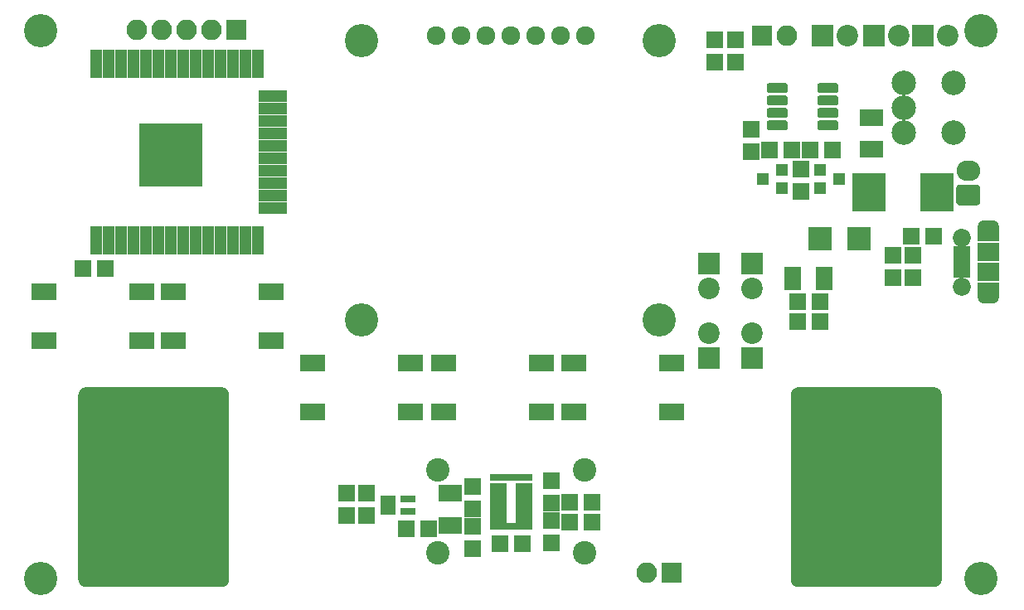
<source format=gbr>
G04 #@! TF.GenerationSoftware,KiCad,Pcbnew,(5.1.4)-1*
G04 #@! TF.CreationDate,2021-03-24T15:31:26+01:00*
G04 #@! TF.ProjectId,HRM,48524d2e-6b69-4636-9164-5f7063625858,rev?*
G04 #@! TF.SameCoordinates,Original*
G04 #@! TF.FileFunction,Soldermask,Top*
G04 #@! TF.FilePolarity,Negative*
%FSLAX46Y46*%
G04 Gerber Fmt 4.6, Leading zero omitted, Abs format (unit mm)*
G04 Created by KiCad (PCBNEW (5.1.4)-1) date 2021-03-24 15:31:26*
%MOMM*%
%LPD*%
G04 APERTURE LIST*
%ADD10R,2.432000X1.797000*%
%ADD11C,3.400000*%
%ADD12C,1.924000*%
%ADD13R,2.500000X1.800000*%
%ADD14R,1.670000X1.797000*%
%ADD15R,1.797000X1.670000*%
%ADD16R,2.400000X2.400000*%
%ADD17R,3.400000X3.900000*%
%ADD18R,2.300000X1.900000*%
%ADD19C,1.850000*%
%ADD20R,1.750000X0.800000*%
%ADD21O,2.300000X1.600000*%
%ADD22R,2.300000X1.600000*%
%ADD23C,0.100000*%
%ADD24C,2.100000*%
%ADD25O,2.400000X2.100000*%
%ADD26C,2.200000*%
%ADD27R,2.200000X2.200000*%
%ADD28C,1.000000*%
%ADD29R,1.300000X1.200000*%
%ADD30C,2.500000*%
%ADD31R,2.100000X2.100000*%
%ADD32O,2.100000X2.100000*%
%ADD33R,1.550000X0.750000*%
%ADD34R,1.300000X2.900000*%
%ADD35R,2.900000X1.300000*%
%ADD36R,6.400000X6.400000*%
%ADD37O,1.670000X1.670000*%
%ADD38R,1.797000X2.432000*%
%ADD39R,1.700000X0.720000*%
%ADD40R,1.300000X0.720000*%
%ADD41C,15.400000*%
%ADD42C,2.400000*%
G04 APERTURE END LIST*
D10*
X201250000Y-104374400D03*
X201250000Y-107625600D03*
D11*
X179650000Y-125000000D03*
X149250000Y-125000000D03*
X149250000Y-96500000D03*
X179650000Y-96500000D03*
D12*
X159370000Y-96000000D03*
X161910000Y-96000000D03*
X164450000Y-96000000D03*
X166990000Y-96000000D03*
X169530000Y-96000000D03*
X172070000Y-96000000D03*
X156830000Y-96000000D03*
D13*
X116750000Y-127135000D03*
X126750000Y-122135000D03*
X116750000Y-122135000D03*
X126750000Y-127135000D03*
X140000000Y-127135000D03*
X130000000Y-122135000D03*
X140000000Y-122135000D03*
X130000000Y-127135000D03*
X154225000Y-134453000D03*
X144225000Y-129453000D03*
X154225000Y-129453000D03*
X144225000Y-134453000D03*
X170895000Y-134453000D03*
X180895000Y-129453000D03*
X170895000Y-129453000D03*
X180895000Y-134453000D03*
D14*
X120777000Y-119761000D03*
X123063000Y-119761000D03*
D15*
X205510500Y-120702500D03*
X205510500Y-118416500D03*
D14*
X195000000Y-107696000D03*
X197286000Y-107696000D03*
D15*
X149694500Y-144979000D03*
X149694500Y-142693000D03*
X168564000Y-147827000D03*
X168564000Y-145541000D03*
X168564000Y-143763000D03*
X168564000Y-141477000D03*
D14*
X163344000Y-147916000D03*
X165630000Y-147916000D03*
D15*
X160553000Y-146122000D03*
X160553000Y-148408000D03*
X160553000Y-142058000D03*
X160553000Y-144344000D03*
D16*
X196000000Y-116750000D03*
X200000000Y-116750000D03*
D17*
X201000000Y-112000000D03*
X208000000Y-112000000D03*
D15*
X203478500Y-118416500D03*
X203478500Y-120702500D03*
D14*
X207669500Y-116511500D03*
X205383500Y-116511500D03*
D18*
X213237500Y-118115000D03*
D19*
X210537500Y-121615000D03*
D20*
X210537500Y-119765000D03*
X210537500Y-120415000D03*
X210537500Y-117815000D03*
X210537500Y-118465000D03*
X210537500Y-119115000D03*
D19*
X210537500Y-116615000D03*
D18*
X213237500Y-120115000D03*
D21*
X213237500Y-122615000D03*
X213237500Y-115615000D03*
D22*
X213237500Y-116215000D03*
X213237500Y-122015000D03*
D23*
G36*
X212083447Y-111208487D02*
G01*
X212113425Y-111212934D01*
X212142824Y-111220298D01*
X212171358Y-111230508D01*
X212198755Y-111243465D01*
X212224750Y-111259046D01*
X212249092Y-111277100D01*
X212271548Y-111297452D01*
X212291900Y-111319908D01*
X212309954Y-111344250D01*
X212325535Y-111370245D01*
X212338492Y-111397642D01*
X212348702Y-111426176D01*
X212356066Y-111455575D01*
X212360513Y-111485553D01*
X212362000Y-111515823D01*
X212362000Y-112998177D01*
X212360513Y-113028447D01*
X212356066Y-113058425D01*
X212348702Y-113087824D01*
X212338492Y-113116358D01*
X212325535Y-113143755D01*
X212309954Y-113169750D01*
X212291900Y-113194092D01*
X212271548Y-113216548D01*
X212249092Y-113236900D01*
X212224750Y-113254954D01*
X212198755Y-113270535D01*
X212171358Y-113283492D01*
X212142824Y-113293702D01*
X212113425Y-113301066D01*
X212083447Y-113305513D01*
X212053177Y-113307000D01*
X210270823Y-113307000D01*
X210240553Y-113305513D01*
X210210575Y-113301066D01*
X210181176Y-113293702D01*
X210152642Y-113283492D01*
X210125245Y-113270535D01*
X210099250Y-113254954D01*
X210074908Y-113236900D01*
X210052452Y-113216548D01*
X210032100Y-113194092D01*
X210014046Y-113169750D01*
X209998465Y-113143755D01*
X209985508Y-113116358D01*
X209975298Y-113087824D01*
X209967934Y-113058425D01*
X209963487Y-113028447D01*
X209962000Y-112998177D01*
X209962000Y-111515823D01*
X209963487Y-111485553D01*
X209967934Y-111455575D01*
X209975298Y-111426176D01*
X209985508Y-111397642D01*
X209998465Y-111370245D01*
X210014046Y-111344250D01*
X210032100Y-111319908D01*
X210052452Y-111297452D01*
X210074908Y-111277100D01*
X210099250Y-111259046D01*
X210125245Y-111243465D01*
X210152642Y-111230508D01*
X210181176Y-111220298D01*
X210210575Y-111212934D01*
X210240553Y-111208487D01*
X210270823Y-111207000D01*
X212053177Y-111207000D01*
X212083447Y-111208487D01*
X212083447Y-111208487D01*
G37*
D24*
X211162000Y-112257000D03*
D25*
X211162000Y-109757000D03*
D11*
X212493000Y-151478000D03*
X116493000Y-95478000D03*
X116493000Y-151478000D03*
X212493000Y-95478000D03*
D26*
X209040000Y-96000000D03*
D27*
X206500000Y-96000000D03*
X201500000Y-96000000D03*
D26*
X204040000Y-96000000D03*
D27*
X189103000Y-119253000D03*
D26*
X189103000Y-121793000D03*
X184658000Y-121790000D03*
D27*
X184658000Y-119250000D03*
D26*
X198790000Y-96000000D03*
D27*
X196250000Y-96000000D03*
D26*
X189103000Y-126365000D03*
D27*
X189103000Y-128905000D03*
X184658000Y-128905000D03*
D26*
X184658000Y-126365000D03*
D23*
G36*
X197674504Y-104656204D02*
G01*
X197698773Y-104659804D01*
X197722571Y-104665765D01*
X197745671Y-104674030D01*
X197767849Y-104684520D01*
X197788893Y-104697133D01*
X197808598Y-104711747D01*
X197826777Y-104728223D01*
X197843253Y-104746402D01*
X197857867Y-104766107D01*
X197870480Y-104787151D01*
X197880970Y-104809329D01*
X197889235Y-104832429D01*
X197895196Y-104856227D01*
X197898796Y-104880496D01*
X197900000Y-104905000D01*
X197900000Y-105405000D01*
X197898796Y-105429504D01*
X197895196Y-105453773D01*
X197889235Y-105477571D01*
X197880970Y-105500671D01*
X197870480Y-105522849D01*
X197857867Y-105543893D01*
X197843253Y-105563598D01*
X197826777Y-105581777D01*
X197808598Y-105598253D01*
X197788893Y-105612867D01*
X197767849Y-105625480D01*
X197745671Y-105635970D01*
X197722571Y-105644235D01*
X197698773Y-105650196D01*
X197674504Y-105653796D01*
X197650000Y-105655000D01*
X196000000Y-105655000D01*
X195975496Y-105653796D01*
X195951227Y-105650196D01*
X195927429Y-105644235D01*
X195904329Y-105635970D01*
X195882151Y-105625480D01*
X195861107Y-105612867D01*
X195841402Y-105598253D01*
X195823223Y-105581777D01*
X195806747Y-105563598D01*
X195792133Y-105543893D01*
X195779520Y-105522849D01*
X195769030Y-105500671D01*
X195760765Y-105477571D01*
X195754804Y-105453773D01*
X195751204Y-105429504D01*
X195750000Y-105405000D01*
X195750000Y-104905000D01*
X195751204Y-104880496D01*
X195754804Y-104856227D01*
X195760765Y-104832429D01*
X195769030Y-104809329D01*
X195779520Y-104787151D01*
X195792133Y-104766107D01*
X195806747Y-104746402D01*
X195823223Y-104728223D01*
X195841402Y-104711747D01*
X195861107Y-104697133D01*
X195882151Y-104684520D01*
X195904329Y-104674030D01*
X195927429Y-104665765D01*
X195951227Y-104659804D01*
X195975496Y-104656204D01*
X196000000Y-104655000D01*
X197650000Y-104655000D01*
X197674504Y-104656204D01*
X197674504Y-104656204D01*
G37*
D28*
X196825000Y-105155000D03*
D23*
G36*
X197674504Y-103386204D02*
G01*
X197698773Y-103389804D01*
X197722571Y-103395765D01*
X197745671Y-103404030D01*
X197767849Y-103414520D01*
X197788893Y-103427133D01*
X197808598Y-103441747D01*
X197826777Y-103458223D01*
X197843253Y-103476402D01*
X197857867Y-103496107D01*
X197870480Y-103517151D01*
X197880970Y-103539329D01*
X197889235Y-103562429D01*
X197895196Y-103586227D01*
X197898796Y-103610496D01*
X197900000Y-103635000D01*
X197900000Y-104135000D01*
X197898796Y-104159504D01*
X197895196Y-104183773D01*
X197889235Y-104207571D01*
X197880970Y-104230671D01*
X197870480Y-104252849D01*
X197857867Y-104273893D01*
X197843253Y-104293598D01*
X197826777Y-104311777D01*
X197808598Y-104328253D01*
X197788893Y-104342867D01*
X197767849Y-104355480D01*
X197745671Y-104365970D01*
X197722571Y-104374235D01*
X197698773Y-104380196D01*
X197674504Y-104383796D01*
X197650000Y-104385000D01*
X196000000Y-104385000D01*
X195975496Y-104383796D01*
X195951227Y-104380196D01*
X195927429Y-104374235D01*
X195904329Y-104365970D01*
X195882151Y-104355480D01*
X195861107Y-104342867D01*
X195841402Y-104328253D01*
X195823223Y-104311777D01*
X195806747Y-104293598D01*
X195792133Y-104273893D01*
X195779520Y-104252849D01*
X195769030Y-104230671D01*
X195760765Y-104207571D01*
X195754804Y-104183773D01*
X195751204Y-104159504D01*
X195750000Y-104135000D01*
X195750000Y-103635000D01*
X195751204Y-103610496D01*
X195754804Y-103586227D01*
X195760765Y-103562429D01*
X195769030Y-103539329D01*
X195779520Y-103517151D01*
X195792133Y-103496107D01*
X195806747Y-103476402D01*
X195823223Y-103458223D01*
X195841402Y-103441747D01*
X195861107Y-103427133D01*
X195882151Y-103414520D01*
X195904329Y-103404030D01*
X195927429Y-103395765D01*
X195951227Y-103389804D01*
X195975496Y-103386204D01*
X196000000Y-103385000D01*
X197650000Y-103385000D01*
X197674504Y-103386204D01*
X197674504Y-103386204D01*
G37*
D28*
X196825000Y-103885000D03*
D23*
G36*
X197674504Y-102116204D02*
G01*
X197698773Y-102119804D01*
X197722571Y-102125765D01*
X197745671Y-102134030D01*
X197767849Y-102144520D01*
X197788893Y-102157133D01*
X197808598Y-102171747D01*
X197826777Y-102188223D01*
X197843253Y-102206402D01*
X197857867Y-102226107D01*
X197870480Y-102247151D01*
X197880970Y-102269329D01*
X197889235Y-102292429D01*
X197895196Y-102316227D01*
X197898796Y-102340496D01*
X197900000Y-102365000D01*
X197900000Y-102865000D01*
X197898796Y-102889504D01*
X197895196Y-102913773D01*
X197889235Y-102937571D01*
X197880970Y-102960671D01*
X197870480Y-102982849D01*
X197857867Y-103003893D01*
X197843253Y-103023598D01*
X197826777Y-103041777D01*
X197808598Y-103058253D01*
X197788893Y-103072867D01*
X197767849Y-103085480D01*
X197745671Y-103095970D01*
X197722571Y-103104235D01*
X197698773Y-103110196D01*
X197674504Y-103113796D01*
X197650000Y-103115000D01*
X196000000Y-103115000D01*
X195975496Y-103113796D01*
X195951227Y-103110196D01*
X195927429Y-103104235D01*
X195904329Y-103095970D01*
X195882151Y-103085480D01*
X195861107Y-103072867D01*
X195841402Y-103058253D01*
X195823223Y-103041777D01*
X195806747Y-103023598D01*
X195792133Y-103003893D01*
X195779520Y-102982849D01*
X195769030Y-102960671D01*
X195760765Y-102937571D01*
X195754804Y-102913773D01*
X195751204Y-102889504D01*
X195750000Y-102865000D01*
X195750000Y-102365000D01*
X195751204Y-102340496D01*
X195754804Y-102316227D01*
X195760765Y-102292429D01*
X195769030Y-102269329D01*
X195779520Y-102247151D01*
X195792133Y-102226107D01*
X195806747Y-102206402D01*
X195823223Y-102188223D01*
X195841402Y-102171747D01*
X195861107Y-102157133D01*
X195882151Y-102144520D01*
X195904329Y-102134030D01*
X195927429Y-102125765D01*
X195951227Y-102119804D01*
X195975496Y-102116204D01*
X196000000Y-102115000D01*
X197650000Y-102115000D01*
X197674504Y-102116204D01*
X197674504Y-102116204D01*
G37*
D28*
X196825000Y-102615000D03*
D23*
G36*
X197674504Y-100846204D02*
G01*
X197698773Y-100849804D01*
X197722571Y-100855765D01*
X197745671Y-100864030D01*
X197767849Y-100874520D01*
X197788893Y-100887133D01*
X197808598Y-100901747D01*
X197826777Y-100918223D01*
X197843253Y-100936402D01*
X197857867Y-100956107D01*
X197870480Y-100977151D01*
X197880970Y-100999329D01*
X197889235Y-101022429D01*
X197895196Y-101046227D01*
X197898796Y-101070496D01*
X197900000Y-101095000D01*
X197900000Y-101595000D01*
X197898796Y-101619504D01*
X197895196Y-101643773D01*
X197889235Y-101667571D01*
X197880970Y-101690671D01*
X197870480Y-101712849D01*
X197857867Y-101733893D01*
X197843253Y-101753598D01*
X197826777Y-101771777D01*
X197808598Y-101788253D01*
X197788893Y-101802867D01*
X197767849Y-101815480D01*
X197745671Y-101825970D01*
X197722571Y-101834235D01*
X197698773Y-101840196D01*
X197674504Y-101843796D01*
X197650000Y-101845000D01*
X196000000Y-101845000D01*
X195975496Y-101843796D01*
X195951227Y-101840196D01*
X195927429Y-101834235D01*
X195904329Y-101825970D01*
X195882151Y-101815480D01*
X195861107Y-101802867D01*
X195841402Y-101788253D01*
X195823223Y-101771777D01*
X195806747Y-101753598D01*
X195792133Y-101733893D01*
X195779520Y-101712849D01*
X195769030Y-101690671D01*
X195760765Y-101667571D01*
X195754804Y-101643773D01*
X195751204Y-101619504D01*
X195750000Y-101595000D01*
X195750000Y-101095000D01*
X195751204Y-101070496D01*
X195754804Y-101046227D01*
X195760765Y-101022429D01*
X195769030Y-100999329D01*
X195779520Y-100977151D01*
X195792133Y-100956107D01*
X195806747Y-100936402D01*
X195823223Y-100918223D01*
X195841402Y-100901747D01*
X195861107Y-100887133D01*
X195882151Y-100874520D01*
X195904329Y-100864030D01*
X195927429Y-100855765D01*
X195951227Y-100849804D01*
X195975496Y-100846204D01*
X196000000Y-100845000D01*
X197650000Y-100845000D01*
X197674504Y-100846204D01*
X197674504Y-100846204D01*
G37*
D28*
X196825000Y-101345000D03*
D23*
G36*
X192524504Y-100846204D02*
G01*
X192548773Y-100849804D01*
X192572571Y-100855765D01*
X192595671Y-100864030D01*
X192617849Y-100874520D01*
X192638893Y-100887133D01*
X192658598Y-100901747D01*
X192676777Y-100918223D01*
X192693253Y-100936402D01*
X192707867Y-100956107D01*
X192720480Y-100977151D01*
X192730970Y-100999329D01*
X192739235Y-101022429D01*
X192745196Y-101046227D01*
X192748796Y-101070496D01*
X192750000Y-101095000D01*
X192750000Y-101595000D01*
X192748796Y-101619504D01*
X192745196Y-101643773D01*
X192739235Y-101667571D01*
X192730970Y-101690671D01*
X192720480Y-101712849D01*
X192707867Y-101733893D01*
X192693253Y-101753598D01*
X192676777Y-101771777D01*
X192658598Y-101788253D01*
X192638893Y-101802867D01*
X192617849Y-101815480D01*
X192595671Y-101825970D01*
X192572571Y-101834235D01*
X192548773Y-101840196D01*
X192524504Y-101843796D01*
X192500000Y-101845000D01*
X190850000Y-101845000D01*
X190825496Y-101843796D01*
X190801227Y-101840196D01*
X190777429Y-101834235D01*
X190754329Y-101825970D01*
X190732151Y-101815480D01*
X190711107Y-101802867D01*
X190691402Y-101788253D01*
X190673223Y-101771777D01*
X190656747Y-101753598D01*
X190642133Y-101733893D01*
X190629520Y-101712849D01*
X190619030Y-101690671D01*
X190610765Y-101667571D01*
X190604804Y-101643773D01*
X190601204Y-101619504D01*
X190600000Y-101595000D01*
X190600000Y-101095000D01*
X190601204Y-101070496D01*
X190604804Y-101046227D01*
X190610765Y-101022429D01*
X190619030Y-100999329D01*
X190629520Y-100977151D01*
X190642133Y-100956107D01*
X190656747Y-100936402D01*
X190673223Y-100918223D01*
X190691402Y-100901747D01*
X190711107Y-100887133D01*
X190732151Y-100874520D01*
X190754329Y-100864030D01*
X190777429Y-100855765D01*
X190801227Y-100849804D01*
X190825496Y-100846204D01*
X190850000Y-100845000D01*
X192500000Y-100845000D01*
X192524504Y-100846204D01*
X192524504Y-100846204D01*
G37*
D28*
X191675000Y-101345000D03*
D23*
G36*
X192524504Y-102116204D02*
G01*
X192548773Y-102119804D01*
X192572571Y-102125765D01*
X192595671Y-102134030D01*
X192617849Y-102144520D01*
X192638893Y-102157133D01*
X192658598Y-102171747D01*
X192676777Y-102188223D01*
X192693253Y-102206402D01*
X192707867Y-102226107D01*
X192720480Y-102247151D01*
X192730970Y-102269329D01*
X192739235Y-102292429D01*
X192745196Y-102316227D01*
X192748796Y-102340496D01*
X192750000Y-102365000D01*
X192750000Y-102865000D01*
X192748796Y-102889504D01*
X192745196Y-102913773D01*
X192739235Y-102937571D01*
X192730970Y-102960671D01*
X192720480Y-102982849D01*
X192707867Y-103003893D01*
X192693253Y-103023598D01*
X192676777Y-103041777D01*
X192658598Y-103058253D01*
X192638893Y-103072867D01*
X192617849Y-103085480D01*
X192595671Y-103095970D01*
X192572571Y-103104235D01*
X192548773Y-103110196D01*
X192524504Y-103113796D01*
X192500000Y-103115000D01*
X190850000Y-103115000D01*
X190825496Y-103113796D01*
X190801227Y-103110196D01*
X190777429Y-103104235D01*
X190754329Y-103095970D01*
X190732151Y-103085480D01*
X190711107Y-103072867D01*
X190691402Y-103058253D01*
X190673223Y-103041777D01*
X190656747Y-103023598D01*
X190642133Y-103003893D01*
X190629520Y-102982849D01*
X190619030Y-102960671D01*
X190610765Y-102937571D01*
X190604804Y-102913773D01*
X190601204Y-102889504D01*
X190600000Y-102865000D01*
X190600000Y-102365000D01*
X190601204Y-102340496D01*
X190604804Y-102316227D01*
X190610765Y-102292429D01*
X190619030Y-102269329D01*
X190629520Y-102247151D01*
X190642133Y-102226107D01*
X190656747Y-102206402D01*
X190673223Y-102188223D01*
X190691402Y-102171747D01*
X190711107Y-102157133D01*
X190732151Y-102144520D01*
X190754329Y-102134030D01*
X190777429Y-102125765D01*
X190801227Y-102119804D01*
X190825496Y-102116204D01*
X190850000Y-102115000D01*
X192500000Y-102115000D01*
X192524504Y-102116204D01*
X192524504Y-102116204D01*
G37*
D28*
X191675000Y-102615000D03*
D23*
G36*
X192524504Y-103386204D02*
G01*
X192548773Y-103389804D01*
X192572571Y-103395765D01*
X192595671Y-103404030D01*
X192617849Y-103414520D01*
X192638893Y-103427133D01*
X192658598Y-103441747D01*
X192676777Y-103458223D01*
X192693253Y-103476402D01*
X192707867Y-103496107D01*
X192720480Y-103517151D01*
X192730970Y-103539329D01*
X192739235Y-103562429D01*
X192745196Y-103586227D01*
X192748796Y-103610496D01*
X192750000Y-103635000D01*
X192750000Y-104135000D01*
X192748796Y-104159504D01*
X192745196Y-104183773D01*
X192739235Y-104207571D01*
X192730970Y-104230671D01*
X192720480Y-104252849D01*
X192707867Y-104273893D01*
X192693253Y-104293598D01*
X192676777Y-104311777D01*
X192658598Y-104328253D01*
X192638893Y-104342867D01*
X192617849Y-104355480D01*
X192595671Y-104365970D01*
X192572571Y-104374235D01*
X192548773Y-104380196D01*
X192524504Y-104383796D01*
X192500000Y-104385000D01*
X190850000Y-104385000D01*
X190825496Y-104383796D01*
X190801227Y-104380196D01*
X190777429Y-104374235D01*
X190754329Y-104365970D01*
X190732151Y-104355480D01*
X190711107Y-104342867D01*
X190691402Y-104328253D01*
X190673223Y-104311777D01*
X190656747Y-104293598D01*
X190642133Y-104273893D01*
X190629520Y-104252849D01*
X190619030Y-104230671D01*
X190610765Y-104207571D01*
X190604804Y-104183773D01*
X190601204Y-104159504D01*
X190600000Y-104135000D01*
X190600000Y-103635000D01*
X190601204Y-103610496D01*
X190604804Y-103586227D01*
X190610765Y-103562429D01*
X190619030Y-103539329D01*
X190629520Y-103517151D01*
X190642133Y-103496107D01*
X190656747Y-103476402D01*
X190673223Y-103458223D01*
X190691402Y-103441747D01*
X190711107Y-103427133D01*
X190732151Y-103414520D01*
X190754329Y-103404030D01*
X190777429Y-103395765D01*
X190801227Y-103389804D01*
X190825496Y-103386204D01*
X190850000Y-103385000D01*
X192500000Y-103385000D01*
X192524504Y-103386204D01*
X192524504Y-103386204D01*
G37*
D28*
X191675000Y-103885000D03*
D23*
G36*
X192524504Y-104656204D02*
G01*
X192548773Y-104659804D01*
X192572571Y-104665765D01*
X192595671Y-104674030D01*
X192617849Y-104684520D01*
X192638893Y-104697133D01*
X192658598Y-104711747D01*
X192676777Y-104728223D01*
X192693253Y-104746402D01*
X192707867Y-104766107D01*
X192720480Y-104787151D01*
X192730970Y-104809329D01*
X192739235Y-104832429D01*
X192745196Y-104856227D01*
X192748796Y-104880496D01*
X192750000Y-104905000D01*
X192750000Y-105405000D01*
X192748796Y-105429504D01*
X192745196Y-105453773D01*
X192739235Y-105477571D01*
X192730970Y-105500671D01*
X192720480Y-105522849D01*
X192707867Y-105543893D01*
X192693253Y-105563598D01*
X192676777Y-105581777D01*
X192658598Y-105598253D01*
X192638893Y-105612867D01*
X192617849Y-105625480D01*
X192595671Y-105635970D01*
X192572571Y-105644235D01*
X192548773Y-105650196D01*
X192524504Y-105653796D01*
X192500000Y-105655000D01*
X190850000Y-105655000D01*
X190825496Y-105653796D01*
X190801227Y-105650196D01*
X190777429Y-105644235D01*
X190754329Y-105635970D01*
X190732151Y-105625480D01*
X190711107Y-105612867D01*
X190691402Y-105598253D01*
X190673223Y-105581777D01*
X190656747Y-105563598D01*
X190642133Y-105543893D01*
X190629520Y-105522849D01*
X190619030Y-105500671D01*
X190610765Y-105477571D01*
X190604804Y-105453773D01*
X190601204Y-105429504D01*
X190600000Y-105405000D01*
X190600000Y-104905000D01*
X190601204Y-104880496D01*
X190604804Y-104856227D01*
X190610765Y-104832429D01*
X190619030Y-104809329D01*
X190629520Y-104787151D01*
X190642133Y-104766107D01*
X190656747Y-104746402D01*
X190673223Y-104728223D01*
X190691402Y-104711747D01*
X190711107Y-104697133D01*
X190732151Y-104684520D01*
X190754329Y-104674030D01*
X190777429Y-104665765D01*
X190801227Y-104659804D01*
X190825496Y-104656204D01*
X190850000Y-104655000D01*
X192500000Y-104655000D01*
X192524504Y-104656204D01*
X192524504Y-104656204D01*
G37*
D28*
X191675000Y-105155000D03*
D29*
X190170500Y-110637000D03*
X192170500Y-109687000D03*
X192170500Y-111587000D03*
D15*
X187377000Y-96393000D03*
X187377000Y-98679000D03*
X185293000Y-98679000D03*
X185293000Y-96393000D03*
D14*
X190881000Y-107696000D03*
X193167000Y-107696000D03*
D15*
X188976000Y-107823000D03*
X188976000Y-105537000D03*
X194091500Y-111887000D03*
X194091500Y-109601000D03*
D14*
X172755000Y-145668000D03*
X170469000Y-145668000D03*
X153797000Y-146365000D03*
X156083000Y-146365000D03*
X196049000Y-123179000D03*
X193763000Y-123179000D03*
X172755000Y-143636000D03*
X170469000Y-143636000D03*
X196049000Y-125211000D03*
X193763000Y-125211000D03*
D30*
X209638000Y-100827000D03*
X209638000Y-105907000D03*
X204558000Y-100827000D03*
X204558000Y-103367000D03*
X204558000Y-105907000D03*
D31*
X190119000Y-96012000D03*
D32*
X192659000Y-96012000D03*
D29*
X198012500Y-110637000D03*
X196012500Y-111587000D03*
X196012500Y-109687000D03*
D33*
X151908000Y-143313000D03*
X151908000Y-143963000D03*
X151908000Y-144613000D03*
X153958000Y-144613000D03*
X153958000Y-143313000D03*
D34*
X122130000Y-98885000D03*
X123400000Y-98885000D03*
X124670000Y-98885000D03*
X125940000Y-98885000D03*
X127210000Y-98885000D03*
X128480000Y-98885000D03*
X129750000Y-98885000D03*
X131020000Y-98885000D03*
X132290000Y-98885000D03*
X133560000Y-98885000D03*
X134830000Y-98885000D03*
X136100000Y-98885000D03*
X137370000Y-98885000D03*
X138640000Y-98885000D03*
D35*
X140130000Y-102170000D03*
X140130000Y-103440000D03*
X140130000Y-104710000D03*
X140130000Y-105980000D03*
X140130000Y-107250000D03*
X140130000Y-108520000D03*
X140130000Y-109790000D03*
X140130000Y-111060000D03*
X140130000Y-112330000D03*
X140130000Y-113600000D03*
D34*
X138640000Y-116885000D03*
X137370000Y-116885000D03*
X136100000Y-116885000D03*
X134830000Y-116885000D03*
X133560000Y-116885000D03*
X132290000Y-116885000D03*
X131020000Y-116885000D03*
X129750000Y-116885000D03*
X128480000Y-116885000D03*
X127210000Y-116885000D03*
X125940000Y-116885000D03*
X124670000Y-116885000D03*
X123400000Y-116885000D03*
X122130000Y-116885000D03*
D36*
X129750000Y-108185000D03*
D37*
X129750000Y-107885000D03*
X127845000Y-109790000D03*
X127845000Y-106615000D03*
X131655000Y-106615000D03*
X131655000Y-109790000D03*
D38*
X196468100Y-120829500D03*
X193216900Y-120829500D03*
D10*
X158275000Y-142734400D03*
X158275000Y-145985600D03*
D15*
X147662500Y-142693000D03*
X147662500Y-144979000D03*
D39*
X163187000Y-144565000D03*
X163187000Y-143565000D03*
X163187000Y-142565000D03*
X163187000Y-143065000D03*
X163187000Y-146115000D03*
X163187000Y-141115000D03*
X163187000Y-145065000D03*
X163187000Y-144065000D03*
X163187000Y-145565000D03*
X163187000Y-142065000D03*
X165787000Y-142065000D03*
X165787000Y-142565000D03*
X165787000Y-143065000D03*
X165787000Y-143565000D03*
X165787000Y-144065000D03*
X165787000Y-145065000D03*
X165787000Y-141115000D03*
X165787000Y-146115000D03*
X165787000Y-144565000D03*
X165787000Y-145565000D03*
D40*
X164487000Y-141115000D03*
X164487000Y-146115000D03*
D23*
G36*
X207755473Y-131903708D02*
G01*
X207830220Y-131914795D01*
X207903519Y-131933156D01*
X207974666Y-131958613D01*
X208042975Y-131990921D01*
X208107789Y-132029768D01*
X208168483Y-132074782D01*
X208224472Y-132125528D01*
X208275218Y-132181517D01*
X208320232Y-132242211D01*
X208359079Y-132307025D01*
X208391387Y-132375334D01*
X208416844Y-132446481D01*
X208435205Y-132519780D01*
X208446292Y-132594527D01*
X208450000Y-132670000D01*
X208450000Y-151530000D01*
X208446292Y-151605473D01*
X208435205Y-151680220D01*
X208416844Y-151753519D01*
X208391387Y-151824666D01*
X208359079Y-151892975D01*
X208320232Y-151957789D01*
X208275218Y-152018483D01*
X208224472Y-152074472D01*
X208168483Y-152125218D01*
X208107789Y-152170232D01*
X208042975Y-152209079D01*
X207974666Y-152241387D01*
X207903519Y-152266844D01*
X207830220Y-152285205D01*
X207755473Y-152296292D01*
X207680000Y-152300000D01*
X193820000Y-152300000D01*
X193744527Y-152296292D01*
X193669780Y-152285205D01*
X193596481Y-152266844D01*
X193525334Y-152241387D01*
X193457025Y-152209079D01*
X193392211Y-152170232D01*
X193331517Y-152125218D01*
X193275528Y-152074472D01*
X193224782Y-152018483D01*
X193179768Y-151957789D01*
X193140921Y-151892975D01*
X193108613Y-151824666D01*
X193083156Y-151753519D01*
X193064795Y-151680220D01*
X193053708Y-151605473D01*
X193050000Y-151530000D01*
X193050000Y-132670000D01*
X193053708Y-132594527D01*
X193064795Y-132519780D01*
X193083156Y-132446481D01*
X193108613Y-132375334D01*
X193140921Y-132307025D01*
X193179768Y-132242211D01*
X193224782Y-132181517D01*
X193275528Y-132125528D01*
X193331517Y-132074782D01*
X193392211Y-132029768D01*
X193457025Y-131990921D01*
X193525334Y-131958613D01*
X193596481Y-131933156D01*
X193669780Y-131914795D01*
X193744527Y-131903708D01*
X193820000Y-131900000D01*
X207680000Y-131900000D01*
X207755473Y-131903708D01*
X207755473Y-131903708D01*
G37*
D41*
X200750000Y-142100000D03*
D23*
G36*
X135005473Y-131903708D02*
G01*
X135080220Y-131914795D01*
X135153519Y-131933156D01*
X135224666Y-131958613D01*
X135292975Y-131990921D01*
X135357789Y-132029768D01*
X135418483Y-132074782D01*
X135474472Y-132125528D01*
X135525218Y-132181517D01*
X135570232Y-132242211D01*
X135609079Y-132307025D01*
X135641387Y-132375334D01*
X135666844Y-132446481D01*
X135685205Y-132519780D01*
X135696292Y-132594527D01*
X135700000Y-132670000D01*
X135700000Y-151530000D01*
X135696292Y-151605473D01*
X135685205Y-151680220D01*
X135666844Y-151753519D01*
X135641387Y-151824666D01*
X135609079Y-151892975D01*
X135570232Y-151957789D01*
X135525218Y-152018483D01*
X135474472Y-152074472D01*
X135418483Y-152125218D01*
X135357789Y-152170232D01*
X135292975Y-152209079D01*
X135224666Y-152241387D01*
X135153519Y-152266844D01*
X135080220Y-152285205D01*
X135005473Y-152296292D01*
X134930000Y-152300000D01*
X121070000Y-152300000D01*
X120994527Y-152296292D01*
X120919780Y-152285205D01*
X120846481Y-152266844D01*
X120775334Y-152241387D01*
X120707025Y-152209079D01*
X120642211Y-152170232D01*
X120581517Y-152125218D01*
X120525528Y-152074472D01*
X120474782Y-152018483D01*
X120429768Y-151957789D01*
X120390921Y-151892975D01*
X120358613Y-151824666D01*
X120333156Y-151753519D01*
X120314795Y-151680220D01*
X120303708Y-151605473D01*
X120300000Y-151530000D01*
X120300000Y-132670000D01*
X120303708Y-132594527D01*
X120314795Y-132519780D01*
X120333156Y-132446481D01*
X120358613Y-132375334D01*
X120390921Y-132307025D01*
X120429768Y-132242211D01*
X120474782Y-132181517D01*
X120525528Y-132125528D01*
X120581517Y-132074782D01*
X120642211Y-132029768D01*
X120707025Y-131990921D01*
X120775334Y-131958613D01*
X120846481Y-131933156D01*
X120919780Y-131914795D01*
X120994527Y-131903708D01*
X121070000Y-131900000D01*
X134930000Y-131900000D01*
X135005473Y-131903708D01*
X135005473Y-131903708D01*
G37*
D41*
X128000000Y-142100000D03*
D31*
X136398000Y-95377000D03*
D32*
X133858000Y-95377000D03*
X131318000Y-95377000D03*
X128778000Y-95377000D03*
X126238000Y-95377000D03*
D31*
X180843000Y-150878000D03*
D32*
X178303000Y-150878000D03*
D13*
X157560000Y-134453000D03*
X167560000Y-129453000D03*
X157560000Y-129453000D03*
X167560000Y-134453000D03*
D42*
X171987000Y-140315000D03*
X156987000Y-140315000D03*
X171987000Y-148792000D03*
X156987000Y-148792000D03*
M02*

</source>
